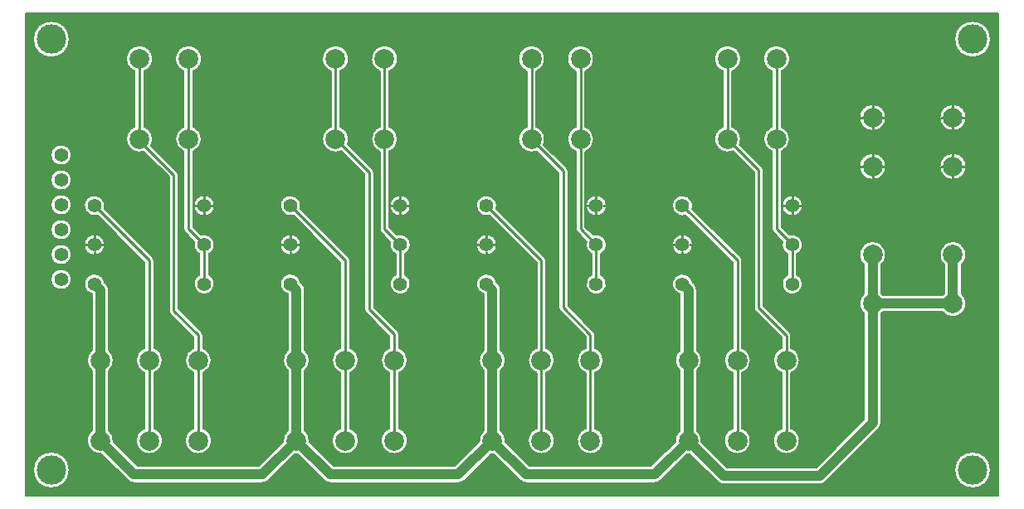
<source format=gtl>
G04 Layer: TopLayer*
G04 EasyEDA Pro v2.2.35.2, 2025-01-10 12:23:15*
G04 Gerber Generator version 0.3*
G04 Scale: 100 percent, Rotated: No, Reflected: No*
G04 Dimensions in millimeters*
G04 Leading zeros omitted, absolute positions, 4 integers and 5 decimals*
%FSLAX45Y45*%
%MOMM*%
%ADD10C,0.2032*%
%ADD11C,0.254*%
%ADD12C,1.0*%
%ADD13C,3.0*%
%ADD14C,1.4*%
%ADD15C,2.0000*%
%ADD16C,2.0*%
G75*


G04 Copper Start*
G36*
G01X9964186Y4964186D02*
G01X9964186Y35814D01*
G01X35814Y35814D01*
G01X35814Y4964186D01*
G01X9964186Y4964186D01*
G37*
%LPC*%
G36*
G01X114186Y4700000D02*
G03X485814Y4700000I185814J0D01*
G03X114186Y4700000I-185814J0D01*
G37*
G36*
G01X114186Y300000D02*
G03X485814Y300000I185814J0D01*
G03X114186Y300000I-185814J0D01*
G37*
G36*
G01X294186Y3262000D02*
G03X505814Y3262000I105814J0D01*
G03X294186Y3262000I-105814J0D01*
G37*
G36*
G01X294186Y3008000D02*
G03X505814Y3008000I105814J0D01*
G03X294186Y3008000I-105814J0D01*
G37*
G36*
G01X294186Y3516000D02*
G03X505814Y3516000I105814J0D01*
G03X294186Y3516000I-105814J0D01*
G37*
G36*
G01X294186Y2500000D02*
G03X505814Y2500000I105814J0D01*
G03X294186Y2500000I-105814J0D01*
G37*
G36*
G01X294186Y2754000D02*
G03X505814Y2754000I105814J0D01*
G03X294186Y2754000I-105814J0D01*
G37*
G36*
G01X294186Y2246000D02*
G03X505814Y2246000I105814J0D01*
G03X294186Y2246000I-105814J0D01*
G37*
G36*
G01X8594186Y2105268D02*
G03X8544186Y2000000I85814J-105268D01*
G03X8594186Y1894732I135814J0D01*
G01X8594186Y816145D01*
G01X8105155Y327114D01*
G01X7194246Y327114D01*
G01X6935116Y586244D01*
G03X6885814Y705268I-135116J13756D01*
G01X6885814Y1314732D01*
G03X6935814Y1420000I-85814J105268D01*
G03X6885814Y1525268I-135814J0D01*
G01X6885814Y2140006D01*
G03X6860680Y2200686I-85814J0D01*
G01X6844461Y2216904D01*
G03X6668472Y2277971I-104455J-16905D01*
G03X6714186Y2097385I71534J-77971D01*
G01X6714186Y1525268D01*
G03X6664186Y1420000I85814J-105268D01*
G03X6714186Y1314732I135814J0D01*
G01X6714186Y705268D01*
G03X6664885Y586244I85814J-105268D01*
G01X6418455Y339814D01*
G01X5181545Y339814D01*
G01X4935116Y586244D01*
G03X4885814Y705268I-135116J13756D01*
G01X4885814Y1314732D01*
G03X4935814Y1420000I-85814J105268D01*
G03X4885814Y1525268I-135814J0D01*
G01X4885814Y2140006D01*
G03X4860680Y2200686I-85814J0D01*
G01X4844461Y2216904D01*
G03X4668472Y2277971I-104455J-16905D01*
G03X4714186Y2097385I71534J-77971D01*
G01X4714186Y1525268D01*
G03X4664186Y1420000I85814J-105268D01*
G03X4714186Y1314732I135814J0D01*
G01X4714186Y705268D01*
G03X4664884Y586244I85814J-105268D01*
G01X4418455Y339814D01*
G01X3181545Y339814D01*
G01X2935116Y586244D01*
G03X2885814Y705268I-135116J13756D01*
G01X2885814Y1314732D01*
G03X2935814Y1420000I-85814J105268D01*
G03X2885814Y1525268I-135814J0D01*
G01X2885814Y2140006D01*
G03X2860680Y2200686I-85814J0D01*
G01X2844461Y2216904D01*
G03X2668472Y2277971I-104455J-16905D01*
G03X2714186Y2097385I71534J-77971D01*
G01X2714186Y1525268D01*
G03X2664186Y1420000I85814J-105268D01*
G03X2714186Y1314732I135814J0D01*
G01X2714186Y705268D01*
G03X2664884Y586244I85814J-105268D01*
G01X2418455Y339814D01*
G01X1181545Y339814D01*
G01X935116Y586244D01*
G03X885814Y705268I-135116J13756D01*
G01X885814Y1314732D01*
G03X935814Y1420000I-85814J105268D01*
G03X885814Y1525268I-135814J0D01*
G01X885814Y2140006D01*
G03X860680Y2200686I-85814J0D01*
G01X844461Y2216904D01*
G03X668472Y2277971I-104455J-16905D01*
G03X714186Y2097385I71534J-77971D01*
G01X714186Y1525268D01*
G03X664186Y1420000I85814J-105268D01*
G03X714186Y1314732I135814J0D01*
G01X714186Y705268D01*
G03X674524Y548026I85814J-105268D01*
G03X813756Y464884I125476J51974D01*
G01X1070412Y208229D01*
G03X1143000Y168186I72588J45771D01*
G01X2454000Y168186D01*
G03X2514680Y193320I0J85814D01*
G01X2786244Y464884D01*
G03X2813756Y464884I13756J135116D01*
G01X3085320Y193320D01*
G03X3146000Y168186I60680J60680D01*
G01X4454000Y168186D01*
G03X4514680Y193320I0J85814D01*
G01X4786244Y464884D01*
G03X4813756Y464884I13756J135116D01*
G01X5085320Y193320D01*
G03X5146000Y168186I60680J60680D01*
G01X6454000Y168186D01*
G03X6514680Y193320I0J85814D01*
G01X6786244Y464884D01*
G03X6813756Y464884I13756J135116D01*
G01X7098021Y180620D01*
G03X7158700Y155486I60680J60680D01*
G01X8140700Y155486D01*
G03X8201380Y180620I0J85814D01*
G01X8740680Y719920D01*
G03X8765814Y780600I-60680J60680D01*
G01X8765814Y1894732D01*
G03X8785268Y1914186I-85814J105268D01*
G01X9394732Y1914186D01*
G03X9596035Y1903965I105268J85814D01*
G03X9585814Y2105268I-96035J96035D01*
G01X9585814Y2394732D01*
G03X9500000Y2635814I-85814J105268D01*
G03X9414186Y2394732I0J-135814D01*
G01X9414186Y2105268D01*
G03X9394732Y2085814I85814J-105268D01*
G01X8785268Y2085814D01*
G03X8765814Y2105268I-105268J-85814D01*
G01X8765814Y2394732D01*
G03X8680000Y2635814I-85814J105268D01*
G03X8594186Y2394732I0J-135814D01*
G01X8594186Y2105268D01*
G37*
G36*
G01X1251486Y1546854D02*
G03X1251486Y1293146I48514J-126854D01*
G01X1251486Y726854D01*
G03X1300000Y464186I48514J-126854D01*
G03X1348514Y726854I0J135814D01*
G01X1348514Y1293146D01*
G03X1348514Y1546854I-48514J126854D01*
G01X1348514Y2440006D01*
G03X1334305Y2474311I-48514J0D01*
G01X840805Y2967810D01*
G03X665184Y3074822I-100799J32190D01*
G03X772196Y2899201I74822J-74822D01*
G01X1251486Y2419911D01*
G01X1251486Y1546854D01*
G37*
G36*
G01X634192Y2600000D02*
G03X845820Y2600000I105814J0D01*
G03X634192Y2600000I-105814J0D01*
G37*
G36*
G01X1751486Y1656305D02*
G01X1751486Y1546854D01*
G03X1664186Y1420000I48514J-126854D01*
G03X1751486Y1293146I135814J0D01*
G01X1751486Y726854D01*
G03X1800000Y464186I48514J-126854D01*
G03X1848514Y726854I0J135814D01*
G01X1848514Y1293146D01*
G03X1935814Y1420000I-48514J126854D01*
G03X1848514Y1546854I-135814J0D01*
G01X1848514Y1676400D01*
G03X1834305Y1710705I-48514J0D01*
G01X1597914Y1947095D01*
G01X1597914Y3314700D01*
G03X1583705Y3349005I-48514J0D01*
G01X1318703Y3614007D01*
G03X1248514Y3806854I-118703J65993D01*
G01X1248514Y4373146D01*
G03X1200000Y4635814I-48514J126854D01*
G03X1151486Y4373146I0J-135814D01*
G01X1151486Y3806854D01*
G03X1072306Y3633743I48514J-126854D01*
G03X1243985Y3551506I127694J46257D01*
G01X1500886Y3294605D01*
G01X1500886Y1927000D01*
G03X1515095Y1892695I48514J0D01*
G01X1751486Y1656305D01*
G37*
G36*
G01X1811480Y2294037D02*
G03X1859994Y2094186I48514J-94037D01*
G03X1908508Y2294037I0J105814D01*
G01X1908508Y2505963D01*
G03X1957753Y2640493I-48514J94037D01*
G03X1827804Y2700799I-97759J-40493D01*
G01X1748514Y2780089D01*
G01X1748514Y3553146D01*
G03X1835814Y3680000I-48514J126854D01*
G03X1748514Y3806854I-135814J0D01*
G01X1748514Y4373146D01*
G03X1700000Y4635814I-48514J126854D01*
G03X1651486Y4373146I0J-135814D01*
G01X1651486Y3806854D01*
G03X1564186Y3680000I48514J-126854D01*
G03X1651486Y3553146I135814J0D01*
G01X1651486Y2759994D01*
G03X1665695Y2725689I48514J0D01*
G01X1759195Y2632190D01*
G03X1811480Y2505963I100799J-32190D01*
G01X1811480Y2294037D01*
G37*
G36*
G01X1965808Y3000000D02*
G03X1754180Y3000000I-105814J0D01*
G03X1965808Y3000000I105814J0D01*
G37*
G36*
G01X3251486Y1546854D02*
G03X3251486Y1293146I48514J-126854D01*
G01X3251486Y726854D01*
G03X3300000Y464186I48514J-126854D01*
G03X3348514Y726854I0J135814D01*
G01X3348514Y1293146D01*
G03X3348514Y1546854I-48514J126854D01*
G01X3348514Y2440006D01*
G03X3334305Y2474311I-48514J0D01*
G01X2840805Y2967810D01*
G03X2665185Y3074822I-100799J32190D01*
G03X2772196Y2899201I74822J-74822D01*
G01X3251486Y2419911D01*
G01X3251486Y1546854D01*
G37*
G36*
G01X2634192Y2600000D02*
G03X2845820Y2600000I105814J0D01*
G03X2634192Y2600000I-105814J0D01*
G37*
G36*
G01X3751486Y1666228D02*
G01X3751486Y1546854D01*
G03X3751486Y1293146I48514J-126854D01*
G01X3751486Y726854D01*
G03X3800000Y464186I48514J-126854D01*
G03X3848514Y726854I0J135814D01*
G01X3848514Y1293146D01*
G03X3848514Y1546854I-48514J126854D01*
G01X3848514Y1686323D01*
G03X3834305Y1720628I-48514J0D01*
G01X3591814Y1963118D01*
G01X3591814Y3340100D01*
G03X3577605Y3374405I-48514J0D01*
G01X3325035Y3626974D01*
G03X3248514Y3806854I-125035J53026D01*
G01X3248514Y4373146D01*
G03X3200000Y4635814I-48514J126854D01*
G03X3151486Y4373146I0J-135814D01*
G01X3151486Y3806854D01*
G03X3075020Y3626844I48514J-126854D01*
G03X3257726Y3557065I124979J53156D01*
G01X3494786Y3320005D01*
G01X3494786Y1943023D01*
G03X3508995Y1908718I48514J0D01*
G01X3751486Y1666228D01*
G37*
G36*
G01X3811480Y2294037D02*
G03X3859994Y2094186I48514J-94037D01*
G03X3908508Y2294037I0J105814D01*
G01X3908508Y2505963D01*
G03X3957753Y2640493I-48514J94037D01*
G03X3827804Y2700799I-97759J-40493D01*
G01X3748514Y2780089D01*
G01X3748514Y3553146D01*
G03X3748514Y3806854I-48514J126854D01*
G01X3748514Y4373146D01*
G03X3700000Y4635814I-48514J126854D01*
G03X3651486Y4373146I0J-135814D01*
G01X3651486Y3806854D01*
G03X3651486Y3553146I48514J-126854D01*
G01X3651486Y2759994D01*
G03X3665695Y2725689I48514J0D01*
G01X3759195Y2632190D01*
G03X3811480Y2505963I100799J-32190D01*
G01X3811480Y2294037D01*
G37*
G36*
G01X3965808Y3000000D02*
G03X3754180Y3000000I-105814J0D01*
G03X3965808Y3000000I105814J0D01*
G37*
G36*
G01X5251486Y1546854D02*
G03X5251486Y1293146I48514J-126854D01*
G01X5251486Y726854D01*
G03X5300000Y464186I48514J-126854D01*
G03X5348514Y726854I0J135814D01*
G01X5348514Y1293146D01*
G03X5348514Y1546854I-48514J126854D01*
G01X5348514Y2440006D01*
G03X5334305Y2474311I-48514J0D01*
G01X4840805Y2967810D01*
G03X4665185Y3074822I-100799J32190D01*
G03X4772196Y2899201I74822J-74822D01*
G01X5251486Y2419911D01*
G01X5251486Y1546854D01*
G37*
G36*
G01X4634192Y2600000D02*
G03X4845820Y2600000I105814J0D01*
G03X4634192Y2600000I-105814J0D01*
G37*
G36*
G01X5751486Y1660708D02*
G01X5751486Y1546854D01*
G03X5751486Y1293146I48514J-126854D01*
G01X5751486Y726854D01*
G03X5800000Y464186I48514J-126854D01*
G03X5848514Y726854I0J135814D01*
G01X5848514Y1293146D01*
G03X5848514Y1546854I-48514J126854D01*
G01X5848514Y1680803D01*
G03X5834305Y1715108I-48514J0D01*
G01X5573014Y1976399D01*
G01X5573014Y3352800D01*
G03X5558805Y3387105I-48514J0D01*
G01X5323158Y3622751D01*
G03X5248514Y3806854I-123158J57249D01*
G01X5248514Y4373146D01*
G03X5200000Y4635814I-48514J126854D01*
G03X5151486Y4373146I0J-135814D01*
G01X5151486Y3806854D01*
G03X5074136Y3628975I48514J-126854D01*
G03X5253516Y3555174I125865J51025D01*
G01X5475986Y3332705D01*
G01X5475986Y1956303D01*
G03X5490195Y1921999I48514J0D01*
G01X5751486Y1660708D01*
G37*
G36*
G01X5811480Y2294037D02*
G03X5859994Y2094186I48514J-94037D01*
G03X5908508Y2294037I0J105814D01*
G01X5908508Y2505963D01*
G03X5957753Y2640493I-48514J94037D01*
G03X5827804Y2700799I-97759J-40493D01*
G01X5748514Y2780089D01*
G01X5748514Y3553146D01*
G03X5748514Y3806854I-48514J126854D01*
G01X5748514Y4373146D01*
G03X5700000Y4635814I-48514J126854D01*
G03X5651486Y4373146I0J-135814D01*
G01X5651486Y3806854D01*
G03X5651486Y3553146I48514J-126854D01*
G01X5651486Y2759994D01*
G03X5665695Y2725689I48514J0D01*
G01X5759195Y2632190D01*
G03X5811480Y2505963I100799J-32190D01*
G01X5811480Y2294037D01*
G37*
G36*
G01X5965808Y3000000D02*
G03X5754180Y3000000I-105814J0D01*
G03X5965808Y3000000I105814J0D01*
G37*
G36*
G01X7251486Y1546854D02*
G03X7251486Y1293146I48514J-126854D01*
G01X7251486Y726854D01*
G03X7300000Y464186I48514J-126854D01*
G03X7348514Y726854I0J135814D01*
G01X7348514Y1293146D01*
G03X7348514Y1546854I-48514J126854D01*
G01X7348514Y2440006D01*
G03X7334305Y2474311I-48514J0D01*
G01X6840805Y2967810D01*
G03X6665184Y3074822I-100799J32190D01*
G03X6772196Y2899201I74822J-74822D01*
G01X7251486Y2419911D01*
G01X7251486Y1546854D01*
G37*
G36*
G01X6634192Y2600000D02*
G03X6845820Y2600000I105814J0D01*
G03X6634192Y2600000I-105814J0D01*
G37*
G36*
G01X7751486Y1654105D02*
G01X7751486Y1546854D01*
G03X7751486Y1293146I48514J-126854D01*
G01X7751486Y726854D01*
G03X7800000Y464186I48514J-126854D01*
G03X7848514Y726854I0J135814D01*
G01X7848514Y1293146D01*
G03X7848514Y1546854I-48514J126854D01*
G01X7848514Y1674200D01*
G03X7834305Y1708504I-48514J0D01*
G01X7566914Y1975895D01*
G01X7566914Y3361600D01*
G03X7552705Y3395905I-48514J0D01*
G01X7324004Y3624606D01*
G03X7248514Y3806854I-124004J55394D01*
G01X7248514Y4373146D01*
G03X7200000Y4635814I-48514J126854D01*
G03X7151486Y4373146I0J-135814D01*
G01X7151486Y3806854D01*
G03X7074524Y3628026I48514J-126854D01*
G03X7255395Y3555996I125476J51974D01*
G01X7469886Y3341505D01*
G01X7469886Y1955800D01*
G03X7484095Y1921495I48514J0D01*
G01X7751486Y1654105D01*
G37*
G36*
G01X7811480Y2294037D02*
G03X7859994Y2094186I48514J-94037D01*
G03X7908508Y2294037I0J105814D01*
G01X7908508Y2505963D01*
G03X7957753Y2640493I-48514J94037D01*
G03X7827804Y2700799I-97759J-40493D01*
G01X7748514Y2780089D01*
G01X7748514Y3553146D01*
G03X7835814Y3680000I-48514J126854D01*
G03X7748514Y3806854I-135814J0D01*
G01X7748514Y4373146D01*
G03X7700000Y4635814I-48514J126854D01*
G03X7651486Y4373146I0J-135814D01*
G01X7651486Y3806854D01*
G03X7564186Y3680000I48514J-126854D01*
G03X7651486Y3553146I135814J0D01*
G01X7651486Y2759993D01*
G03X7665696Y2725689I48514J0D01*
G01X7759195Y2632190D01*
G03X7811480Y2505963I100799J-32190D01*
G01X7811480Y2294037D01*
G37*
G36*
G01X7965808Y3000000D02*
G03X7754180Y3000000I-105814J0D01*
G03X7965808Y3000000I105814J0D01*
G37*
G36*
G01X8680000Y3264186D02*
G03X8680000Y3535814I0J135814D01*
G03X8680000Y3264186I0J-135814D01*
G37*
G36*
G01X8680000Y3764186D02*
G03X8680000Y4035814I0J135814D01*
G03X8680000Y3764186I0J-135814D01*
G37*
G36*
G01X9500000Y3264186D02*
G03X9500000Y3535814I0J135814D01*
G03X9500000Y3264186I0J-135814D01*
G37*
G36*
G01X9500000Y3764186D02*
G03X9500000Y4035814I0J135814D01*
G03X9500000Y3764186I0J-135814D01*
G37*
G36*
G01X9514186Y4700000D02*
G03X9885814Y4700000I185814J0D01*
G03X9514186Y4700000I-185814J0D01*
G37*
G36*
G01X9514186Y300000D02*
G03X9885814Y300000I185814J0D01*
G03X9514186Y300000I-185814J0D01*
G37*
%LPD*%
G54D10*
G01X9964186Y4964186D02*
G01X9964186Y35814D01*
G01X35814Y35814D01*
G01X35814Y4964186D01*
G01X9964186Y4964186D01*
G01X114186Y4700000D02*
G03X485814Y4700000I185814J0D01*
G03X114186Y4700000I-185814J0D01*
G01X114186Y300000D02*
G03X485814Y300000I185814J0D01*
G03X114186Y300000I-185814J0D01*
G01X294186Y3262000D02*
G03X505814Y3262000I105814J0D01*
G03X294186Y3262000I-105814J0D01*
G01X294186Y3008000D02*
G03X505814Y3008000I105814J0D01*
G03X294186Y3008000I-105814J0D01*
G01X294186Y3516000D02*
G03X505814Y3516000I105814J0D01*
G03X294186Y3516000I-105814J0D01*
G01X294186Y2500000D02*
G03X505814Y2500000I105814J0D01*
G03X294186Y2500000I-105814J0D01*
G01X294186Y2754000D02*
G03X505814Y2754000I105814J0D01*
G03X294186Y2754000I-105814J0D01*
G01X294186Y2246000D02*
G03X505814Y2246000I105814J0D01*
G03X294186Y2246000I-105814J0D01*
G01X8594186Y2105268D02*
G03X8544186Y2000000I85814J-105268D01*
G03X8594186Y1894732I135814J0D01*
G01X8594186Y816145D01*
G01X8105155Y327114D01*
G01X7194246Y327114D01*
G01X6935116Y586244D01*
G03X6885814Y705268I-135116J13756D01*
G01X6885814Y1314732D01*
G03X6935814Y1420000I-85814J105268D01*
G03X6885814Y1525268I-135814J0D01*
G01X6885814Y2140006D01*
G03X6860680Y2200686I-85814J0D01*
G01X6844461Y2216904D01*
G03X6668472Y2277971I-104455J-16905D01*
G03X6714186Y2097385I71534J-77971D01*
G01X6714186Y1525268D01*
G03X6664186Y1420000I85814J-105268D01*
G03X6714186Y1314732I135814J0D01*
G01X6714186Y705268D01*
G03X6664885Y586244I85814J-105268D01*
G01X6418455Y339814D01*
G01X5181545Y339814D01*
G01X4935116Y586244D01*
G03X4885814Y705268I-135116J13756D01*
G01X4885814Y1314732D01*
G03X4935814Y1420000I-85814J105268D01*
G03X4885814Y1525268I-135814J0D01*
G01X4885814Y2140006D01*
G03X4860680Y2200686I-85814J0D01*
G01X4844461Y2216904D01*
G03X4668472Y2277971I-104455J-16905D01*
G03X4714186Y2097385I71534J-77971D01*
G01X4714186Y1525268D01*
G03X4664186Y1420000I85814J-105268D01*
G03X4714186Y1314732I135814J0D01*
G01X4714186Y705268D01*
G03X4664884Y586244I85814J-105268D01*
G01X4418455Y339814D01*
G01X3181545Y339814D01*
G01X2935116Y586244D01*
G03X2885814Y705268I-135116J13756D01*
G01X2885814Y1314732D01*
G03X2935814Y1420000I-85814J105268D01*
G03X2885814Y1525268I-135814J0D01*
G01X2885814Y2140006D01*
G03X2860680Y2200686I-85814J0D01*
G01X2844461Y2216904D01*
G03X2668472Y2277971I-104455J-16905D01*
G03X2714186Y2097385I71534J-77971D01*
G01X2714186Y1525268D01*
G03X2664186Y1420000I85814J-105268D01*
G03X2714186Y1314732I135814J0D01*
G01X2714186Y705268D01*
G03X2664884Y586244I85814J-105268D01*
G01X2418455Y339814D01*
G01X1181545Y339814D01*
G01X935116Y586244D01*
G03X885814Y705268I-135116J13756D01*
G01X885814Y1314732D01*
G03X935814Y1420000I-85814J105268D01*
G03X885814Y1525268I-135814J0D01*
G01X885814Y2140006D01*
G03X860680Y2200686I-85814J0D01*
G01X844461Y2216904D01*
G03X668472Y2277971I-104455J-16905D01*
G03X714186Y2097385I71534J-77971D01*
G01X714186Y1525268D01*
G03X664186Y1420000I85814J-105268D01*
G03X714186Y1314732I135814J0D01*
G01X714186Y705268D01*
G03X674524Y548026I85814J-105268D01*
G03X813756Y464884I125476J51974D01*
G01X1070412Y208229D01*
G03X1143000Y168186I72588J45771D01*
G01X2454000Y168186D01*
G03X2514680Y193320I0J85814D01*
G01X2786244Y464884D01*
G03X2813756Y464884I13756J135116D01*
G01X3085320Y193320D01*
G03X3146000Y168186I60680J60680D01*
G01X4454000Y168186D01*
G03X4514680Y193320I0J85814D01*
G01X4786244Y464884D01*
G03X4813756Y464884I13756J135116D01*
G01X5085320Y193320D01*
G03X5146000Y168186I60680J60680D01*
G01X6454000Y168186D01*
G03X6514680Y193320I0J85814D01*
G01X6786244Y464884D01*
G03X6813756Y464884I13756J135116D01*
G01X7098021Y180620D01*
G03X7158700Y155486I60680J60680D01*
G01X8140700Y155486D01*
G03X8201380Y180620I0J85814D01*
G01X8740680Y719920D01*
G03X8765814Y780600I-60680J60680D01*
G01X8765814Y1894732D01*
G03X8785268Y1914186I-85814J105268D01*
G01X9394732Y1914186D01*
G03X9596035Y1903965I105268J85814D01*
G03X9585814Y2105268I-96035J96035D01*
G01X9585814Y2394732D01*
G03X9500000Y2635814I-85814J105268D01*
G03X9414186Y2394732I0J-135814D01*
G01X9414186Y2105268D01*
G03X9394732Y2085814I85814J-105268D01*
G01X8785268Y2085814D01*
G03X8765814Y2105268I-105268J-85814D01*
G01X8765814Y2394732D01*
G03X8680000Y2635814I-85814J105268D01*
G03X8594186Y2394732I0J-135814D01*
G01X8594186Y2105268D01*
G01X1251486Y1546854D02*
G03X1251486Y1293146I48514J-126854D01*
G01X1251486Y726854D01*
G03X1300000Y464186I48514J-126854D01*
G03X1348514Y726854I0J135814D01*
G01X1348514Y1293146D01*
G03X1348514Y1546854I-48514J126854D01*
G01X1348514Y2440006D01*
G03X1334305Y2474311I-48514J0D01*
G01X840805Y2967810D01*
G03X665184Y3074822I-100799J32190D01*
G03X772196Y2899201I74822J-74822D01*
G01X1251486Y2419911D01*
G01X1251486Y1546854D01*
G01X634192Y2600000D02*
G03X845820Y2600000I105814J0D01*
G03X634192Y2600000I-105814J0D01*
G01X1751486Y1656305D02*
G01X1751486Y1546854D01*
G03X1664186Y1420000I48514J-126854D01*
G03X1751486Y1293146I135814J0D01*
G01X1751486Y726854D01*
G03X1800000Y464186I48514J-126854D01*
G03X1848514Y726854I0J135814D01*
G01X1848514Y1293146D01*
G03X1935814Y1420000I-48514J126854D01*
G03X1848514Y1546854I-135814J0D01*
G01X1848514Y1676400D01*
G03X1834305Y1710705I-48514J0D01*
G01X1597914Y1947095D01*
G01X1597914Y3314700D01*
G03X1583705Y3349005I-48514J0D01*
G01X1318703Y3614007D01*
G03X1248514Y3806854I-118703J65993D01*
G01X1248514Y4373146D01*
G03X1200000Y4635814I-48514J126854D01*
G03X1151486Y4373146I0J-135814D01*
G01X1151486Y3806854D01*
G03X1072306Y3633743I48514J-126854D01*
G03X1243985Y3551506I127694J46257D01*
G01X1500886Y3294605D01*
G01X1500886Y1927000D01*
G03X1515095Y1892695I48514J0D01*
G01X1751486Y1656305D01*
G01X1811480Y2294037D02*
G03X1859994Y2094186I48514J-94037D01*
G03X1908508Y2294037I0J105814D01*
G01X1908508Y2505963D01*
G03X1957753Y2640493I-48514J94037D01*
G03X1827804Y2700799I-97759J-40493D01*
G01X1748514Y2780089D01*
G01X1748514Y3553146D01*
G03X1835814Y3680000I-48514J126854D01*
G03X1748514Y3806854I-135814J0D01*
G01X1748514Y4373146D01*
G03X1700000Y4635814I-48514J126854D01*
G03X1651486Y4373146I0J-135814D01*
G01X1651486Y3806854D01*
G03X1564186Y3680000I48514J-126854D01*
G03X1651486Y3553146I135814J0D01*
G01X1651486Y2759994D01*
G03X1665695Y2725689I48514J0D01*
G01X1759195Y2632190D01*
G03X1811480Y2505963I100799J-32190D01*
G01X1811480Y2294037D01*
G01X1965808Y3000000D02*
G03X1754180Y3000000I-105814J0D01*
G03X1965808Y3000000I105814J0D01*
G01X3251486Y1546854D02*
G03X3251486Y1293146I48514J-126854D01*
G01X3251486Y726854D01*
G03X3300000Y464186I48514J-126854D01*
G03X3348514Y726854I0J135814D01*
G01X3348514Y1293146D01*
G03X3348514Y1546854I-48514J126854D01*
G01X3348514Y2440006D01*
G03X3334305Y2474311I-48514J0D01*
G01X2840805Y2967810D01*
G03X2665185Y3074822I-100799J32190D01*
G03X2772196Y2899201I74822J-74822D01*
G01X3251486Y2419911D01*
G01X3251486Y1546854D01*
G01X2634192Y2600000D02*
G03X2845820Y2600000I105814J0D01*
G03X2634192Y2600000I-105814J0D01*
G01X3751486Y1666228D02*
G01X3751486Y1546854D01*
G03X3751486Y1293146I48514J-126854D01*
G01X3751486Y726854D01*
G03X3800000Y464186I48514J-126854D01*
G03X3848514Y726854I0J135814D01*
G01X3848514Y1293146D01*
G03X3848514Y1546854I-48514J126854D01*
G01X3848514Y1686323D01*
G03X3834305Y1720628I-48514J0D01*
G01X3591814Y1963118D01*
G01X3591814Y3340100D01*
G03X3577605Y3374405I-48514J0D01*
G01X3325035Y3626974D01*
G03X3248514Y3806854I-125035J53026D01*
G01X3248514Y4373146D01*
G03X3200000Y4635814I-48514J126854D01*
G03X3151486Y4373146I0J-135814D01*
G01X3151486Y3806854D01*
G03X3075020Y3626844I48514J-126854D01*
G03X3257726Y3557065I124979J53156D01*
G01X3494786Y3320005D01*
G01X3494786Y1943023D01*
G03X3508995Y1908718I48514J0D01*
G01X3751486Y1666228D01*
G01X3811480Y2294037D02*
G03X3859994Y2094186I48514J-94037D01*
G03X3908508Y2294037I0J105814D01*
G01X3908508Y2505963D01*
G03X3957753Y2640493I-48514J94037D01*
G03X3827804Y2700799I-97759J-40493D01*
G01X3748514Y2780089D01*
G01X3748514Y3553146D01*
G03X3748514Y3806854I-48514J126854D01*
G01X3748514Y4373146D01*
G03X3700000Y4635814I-48514J126854D01*
G03X3651486Y4373146I0J-135814D01*
G01X3651486Y3806854D01*
G03X3651486Y3553146I48514J-126854D01*
G01X3651486Y2759994D01*
G03X3665695Y2725689I48514J0D01*
G01X3759195Y2632190D01*
G03X3811480Y2505963I100799J-32190D01*
G01X3811480Y2294037D01*
G01X3965808Y3000000D02*
G03X3754180Y3000000I-105814J0D01*
G03X3965808Y3000000I105814J0D01*
G01X5251486Y1546854D02*
G03X5251486Y1293146I48514J-126854D01*
G01X5251486Y726854D01*
G03X5300000Y464186I48514J-126854D01*
G03X5348514Y726854I0J135814D01*
G01X5348514Y1293146D01*
G03X5348514Y1546854I-48514J126854D01*
G01X5348514Y2440006D01*
G03X5334305Y2474311I-48514J0D01*
G01X4840805Y2967810D01*
G03X4665185Y3074822I-100799J32190D01*
G03X4772196Y2899201I74822J-74822D01*
G01X5251486Y2419911D01*
G01X5251486Y1546854D01*
G01X4634192Y2600000D02*
G03X4845820Y2600000I105814J0D01*
G03X4634192Y2600000I-105814J0D01*
G01X5751486Y1660708D02*
G01X5751486Y1546854D01*
G03X5751486Y1293146I48514J-126854D01*
G01X5751486Y726854D01*
G03X5800000Y464186I48514J-126854D01*
G03X5848514Y726854I0J135814D01*
G01X5848514Y1293146D01*
G03X5848514Y1546854I-48514J126854D01*
G01X5848514Y1680803D01*
G03X5834305Y1715108I-48514J0D01*
G01X5573014Y1976399D01*
G01X5573014Y3352800D01*
G03X5558805Y3387105I-48514J0D01*
G01X5323158Y3622751D01*
G03X5248514Y3806854I-123158J57249D01*
G01X5248514Y4373146D01*
G03X5200000Y4635814I-48514J126854D01*
G03X5151486Y4373146I0J-135814D01*
G01X5151486Y3806854D01*
G03X5074136Y3628975I48514J-126854D01*
G03X5253516Y3555174I125865J51025D01*
G01X5475986Y3332705D01*
G01X5475986Y1956303D01*
G03X5490195Y1921999I48514J0D01*
G01X5751486Y1660708D01*
G01X5811480Y2294037D02*
G03X5859994Y2094186I48514J-94037D01*
G03X5908508Y2294037I0J105814D01*
G01X5908508Y2505963D01*
G03X5957753Y2640493I-48514J94037D01*
G03X5827804Y2700799I-97759J-40493D01*
G01X5748514Y2780089D01*
G01X5748514Y3553146D01*
G03X5748514Y3806854I-48514J126854D01*
G01X5748514Y4373146D01*
G03X5700000Y4635814I-48514J126854D01*
G03X5651486Y4373146I0J-135814D01*
G01X5651486Y3806854D01*
G03X5651486Y3553146I48514J-126854D01*
G01X5651486Y2759994D01*
G03X5665695Y2725689I48514J0D01*
G01X5759195Y2632190D01*
G03X5811480Y2505963I100799J-32190D01*
G01X5811480Y2294037D01*
G01X5965808Y3000000D02*
G03X5754180Y3000000I-105814J0D01*
G03X5965808Y3000000I105814J0D01*
G01X7251486Y1546854D02*
G03X7251486Y1293146I48514J-126854D01*
G01X7251486Y726854D01*
G03X7300000Y464186I48514J-126854D01*
G03X7348514Y726854I0J135814D01*
G01X7348514Y1293146D01*
G03X7348514Y1546854I-48514J126854D01*
G01X7348514Y2440006D01*
G03X7334305Y2474311I-48514J0D01*
G01X6840805Y2967810D01*
G03X6665184Y3074822I-100799J32190D01*
G03X6772196Y2899201I74822J-74822D01*
G01X7251486Y2419911D01*
G01X7251486Y1546854D01*
G01X6634192Y2600000D02*
G03X6845820Y2600000I105814J0D01*
G03X6634192Y2600000I-105814J0D01*
G01X7751486Y1654105D02*
G01X7751486Y1546854D01*
G03X7751486Y1293146I48514J-126854D01*
G01X7751486Y726854D01*
G03X7800000Y464186I48514J-126854D01*
G03X7848514Y726854I0J135814D01*
G01X7848514Y1293146D01*
G03X7848514Y1546854I-48514J126854D01*
G01X7848514Y1674200D01*
G03X7834305Y1708504I-48514J0D01*
G01X7566914Y1975895D01*
G01X7566914Y3361600D01*
G03X7552705Y3395905I-48514J0D01*
G01X7324004Y3624606D01*
G03X7248514Y3806854I-124004J55394D01*
G01X7248514Y4373146D01*
G03X7200000Y4635814I-48514J126854D01*
G03X7151486Y4373146I0J-135814D01*
G01X7151486Y3806854D01*
G03X7074524Y3628026I48514J-126854D01*
G03X7255395Y3555996I125476J51974D01*
G01X7469886Y3341505D01*
G01X7469886Y1955800D01*
G03X7484095Y1921495I48514J0D01*
G01X7751486Y1654105D01*
G01X7811480Y2294037D02*
G03X7859994Y2094186I48514J-94037D01*
G03X7908508Y2294037I0J105814D01*
G01X7908508Y2505963D01*
G03X7957753Y2640493I-48514J94037D01*
G03X7827804Y2700799I-97759J-40493D01*
G01X7748514Y2780089D01*
G01X7748514Y3553146D01*
G03X7835814Y3680000I-48514J126854D01*
G03X7748514Y3806854I-135814J0D01*
G01X7748514Y4373146D01*
G03X7700000Y4635814I-48514J126854D01*
G03X7651486Y4373146I0J-135814D01*
G01X7651486Y3806854D01*
G03X7564186Y3680000I48514J-126854D01*
G03X7651486Y3553146I135814J0D01*
G01X7651486Y2759993D01*
G03X7665696Y2725689I48514J0D01*
G01X7759195Y2632190D01*
G03X7811480Y2505963I100799J-32190D01*
G01X7811480Y2294037D01*
G01X7965808Y3000000D02*
G03X7754180Y3000000I-105814J0D01*
G03X7965808Y3000000I105814J0D01*
G01X8680000Y3264186D02*
G03X8680000Y3535814I0J135814D01*
G03X8680000Y3264186I0J-135814D01*
G01X8680000Y3764186D02*
G03X8680000Y4035814I0J135814D01*
G03X8680000Y3764186I0J-135814D01*
G01X9500000Y3264186D02*
G03X9500000Y3535814I0J135814D01*
G03X9500000Y3264186I0J-135814D01*
G01X9500000Y3764186D02*
G03X9500000Y4035814I0J135814D01*
G03X9500000Y3764186I0J-135814D01*
G01X9514186Y4700000D02*
G03X9885814Y4700000I185814J0D01*
G03X9514186Y4700000I-185814J0D01*
G01X9514186Y300000D02*
G03X9885814Y300000I185814J0D01*
G03X9514186Y300000I-185814J0D01*
G54D11*
G01X670260Y2600000D02*
G01X644352Y2600000D01*
G01X809752Y2600000D02*
G01X835660Y2600000D01*
G01X740006Y2669746D02*
G01X740006Y2695654D01*
G01X740006Y2530254D02*
G01X740006Y2504346D01*
G01X1929740Y3000000D02*
G01X1955648Y3000000D01*
G01X1790248Y3000000D02*
G01X1764340Y3000000D01*
G01X1859994Y2930254D02*
G01X1859994Y2904346D01*
G01X1859994Y3069746D02*
G01X1859994Y3095654D01*
G01X2670260Y2600000D02*
G01X2644352Y2600000D01*
G01X2809752Y2600000D02*
G01X2835660Y2600000D01*
G01X2740006Y2669746D02*
G01X2740006Y2695654D01*
G01X2740006Y2530254D02*
G01X2740006Y2504346D01*
G01X3929740Y3000000D02*
G01X3955648Y3000000D01*
G01X3790248Y3000000D02*
G01X3764340Y3000000D01*
G01X3859994Y2930254D02*
G01X3859994Y2904346D01*
G01X3859994Y3069746D02*
G01X3859994Y3095654D01*
G01X4670260Y2600000D02*
G01X4644352Y2600000D01*
G01X4809752Y2600000D02*
G01X4835660Y2600000D01*
G01X4740006Y2669746D02*
G01X4740006Y2695654D01*
G01X4740006Y2530254D02*
G01X4740006Y2504346D01*
G01X5929740Y3000000D02*
G01X5955648Y3000000D01*
G01X5790248Y3000000D02*
G01X5764340Y3000000D01*
G01X5859994Y2930254D02*
G01X5859994Y2904346D01*
G01X5859994Y3069746D02*
G01X5859994Y3095654D01*
G01X6670260Y2600000D02*
G01X6644352Y2600000D01*
G01X6809752Y2600000D02*
G01X6835660Y2600000D01*
G01X6740006Y2669746D02*
G01X6740006Y2695654D01*
G01X6740006Y2530254D02*
G01X6740006Y2504346D01*
G01X7929740Y3000000D02*
G01X7955648Y3000000D01*
G01X7790248Y3000000D02*
G01X7764340Y3000000D01*
G01X7859994Y2930254D02*
G01X7859994Y2904346D01*
G01X7859994Y3069746D02*
G01X7859994Y3095654D01*
G01X8680000Y3300254D02*
G01X8680000Y3274346D01*
G01X8680000Y3499746D02*
G01X8680000Y3525654D01*
G01X8580254Y3400000D02*
G01X8554346Y3400000D01*
G01X8779746Y3400000D02*
G01X8805654Y3400000D01*
G01X8680000Y3800254D02*
G01X8680000Y3774346D01*
G01X8680000Y3999746D02*
G01X8680000Y4025654D01*
G01X8580254Y3900000D02*
G01X8554346Y3900000D01*
G01X8779746Y3900000D02*
G01X8805654Y3900000D01*
G01X9500000Y3300254D02*
G01X9500000Y3274346D01*
G01X9500000Y3499746D02*
G01X9500000Y3525654D01*
G01X9400254Y3400000D02*
G01X9374346Y3400000D01*
G01X9599746Y3400000D02*
G01X9625654Y3400000D01*
G01X9500000Y3800254D02*
G01X9500000Y3774346D01*
G01X9500000Y3999746D02*
G01X9500000Y4025654D01*
G01X9400254Y3900000D02*
G01X9374346Y3900000D01*
G01X9599746Y3900000D02*
G01X9625654Y3900000D01*
G04 Copper End*

G04 PolygonModel Start*
G54D12*
G01X800000Y600000D02*
G01X800000Y2140006D01*
G01X740006Y2200000D01*
G01X800000Y600000D02*
G01X1143000Y257000D01*
G01X1143000Y254000D01*
G01X2454000Y254000D01*
G01X2800000Y600000D01*
G01X3146000Y254000D01*
G01X4454000Y254000D01*
G01X4800000Y600000D01*
G01X5146000Y254000D01*
G01X6454000Y254000D01*
G01X6800000Y600000D01*
G01X9500000Y2500000D02*
G01X9500000Y2000000D01*
G01X8680000Y2000000D01*
G01X8680000Y2500000D01*
G01X8680000Y2000000D02*
G01X8680000Y780600D01*
G01X8140700Y241300D01*
G01X7158700Y241300D01*
G01X6800000Y600000D01*
G01X6800000Y600000D02*
G01X6800000Y2140006D01*
G01X6740006Y2200000D01*
G54D11*
G01X5800000Y600000D02*
G01X5800000Y1420000D01*
G01X5300000Y600000D02*
G01X5300000Y1420000D01*
G01X7300000Y600000D02*
G01X7300000Y1420000D01*
G01X7800000Y600000D02*
G01X7800000Y1420000D01*
G01X3800000Y600000D02*
G01X3800000Y1420000D01*
G01X3300000Y600000D02*
G01X3300000Y1420000D01*
G54D12*
G01X2800000Y600000D02*
G01X2800000Y2140006D01*
G01X2740006Y2200000D01*
G54D11*
G01X1300000Y600000D02*
G01X1300000Y1420000D01*
G54D12*
G01X4800000Y600000D02*
G01X4800000Y2140006D01*
G01X4740006Y2200000D01*
G54D11*
G01X1300000Y1420000D02*
G01X1300000Y2440006D01*
G01X740006Y3000000D01*
G01X3300000Y1420000D02*
G01X3300000Y2440006D01*
G01X2740006Y3000000D01*
G01X5300000Y1420000D02*
G01X5300000Y2440006D01*
G01X4740006Y3000000D01*
G01X7300000Y1420000D02*
G01X7300000Y2440006D01*
G01X6740006Y3000000D01*
G01X7859994Y2200000D02*
G01X7859994Y2600000D01*
G01X7700000Y2759993D01*
G01X7700000Y4500000D01*
G01X7800000Y1420000D02*
G01X7800000Y1674200D01*
G01X7518400Y1955800D01*
G01X7518400Y3361600D01*
G01X7200000Y3680000D01*
G01X7200000Y4500000D01*
G01X5859994Y2200000D02*
G01X5859994Y2600000D01*
G01X5700000Y2759994D01*
G01X5700000Y3680000D01*
G01X5700000Y3680000D02*
G01X5700000Y4500000D01*
G01X5200000Y3680000D02*
G01X5200000Y4500000D01*
G01X3859994Y2200000D02*
G01X3859994Y2600000D01*
G01X3700000Y2759994D01*
G01X3700000Y3680000D01*
G01X3700000Y3680000D02*
G01X3700000Y4500000D01*
G01X1859994Y2200000D02*
G01X1859994Y2600000D01*
G01X1700000Y2759994D01*
G01X1700000Y4500000D01*
G01X1800000Y600000D02*
G01X1800000Y1676400D01*
G01X1549400Y1927000D01*
G01X1549400Y3314700D01*
G01X1200000Y3664100D01*
G01X1200000Y4500000D01*
G01X3800000Y1420000D02*
G01X3800000Y1686323D01*
G01X3543300Y1943023D01*
G01X3543300Y3340100D01*
G01X3203400Y3680000D01*
G01X3200000Y3680000D01*
G01X3200000Y4500000D01*
G01X5800000Y1420000D02*
G01X5800000Y1680803D01*
G01X5524500Y1956303D01*
G01X5524500Y3352800D01*
G01X5200000Y3677300D02*
G01X5200000Y3700996D01*
G01X5524500Y3352800D02*
G01X5200000Y3677300D01*
G01X5200000Y3680000D01*

G04 Pad Start*
G54D13*
G01X300000Y300000D03*
G01X300000Y4700000D03*
G01X9700000Y4700000D03*
G01X9700000Y300000D03*
G54D14*
G01X400000Y3008000D03*
G01X400000Y2754000D03*
G01X400000Y2500000D03*
G01X400000Y2246000D03*
G01X400000Y3516000D03*
G01X400000Y3262000D03*
G54D16*
G01X800000Y600000D03*
G01X1300000Y600000D03*
G01X1800000Y600000D03*
G01X800000Y1420000D03*
G01X1300000Y1420000D03*
G01X1800000Y1420000D03*
G54D14*
G01X740006Y2200000D03*
G01X1859994Y2200000D03*
G01X1859994Y2600000D03*
G01X740006Y2600000D03*
G01X740006Y3000000D03*
G01X1859994Y3000000D03*
G54D16*
G01X1700000Y3680000D03*
G01X1200000Y3680000D03*
G01X1700000Y4500000D03*
G01X1200000Y4500000D03*
G01X8680000Y3400000D03*
G01X8680000Y3900000D03*
G01X9500000Y3400000D03*
G01X9500000Y3900000D03*
G01X8680000Y2000000D03*
G01X8680000Y2500000D03*
G01X9500000Y2000000D03*
G01X9500000Y2500000D03*
G01X2800000Y600000D03*
G01X3300000Y600000D03*
G01X3800000Y600000D03*
G01X2800000Y1420000D03*
G01X3300000Y1420000D03*
G01X3800000Y1420000D03*
G54D14*
G01X2740006Y2200000D03*
G01X3859994Y2200000D03*
G01X3859994Y2600000D03*
G01X2740006Y2600000D03*
G01X2740006Y3000000D03*
G01X3859994Y3000000D03*
G54D16*
G01X3700000Y3680000D03*
G01X3200000Y3680000D03*
G01X3700000Y4500000D03*
G01X3200000Y4500000D03*
G01X4800000Y600000D03*
G01X5300000Y600000D03*
G01X5800000Y600000D03*
G01X4800000Y1420000D03*
G01X5300000Y1420000D03*
G01X5800000Y1420000D03*
G54D14*
G01X4740006Y2200000D03*
G01X5859994Y2200000D03*
G01X5859994Y2600000D03*
G01X4740006Y2600000D03*
G01X4740006Y3000000D03*
G01X5859994Y3000000D03*
G54D16*
G01X5700000Y3680000D03*
G01X5200000Y3680000D03*
G01X5700000Y4500000D03*
G01X5200000Y4500000D03*
G01X6800000Y600000D03*
G01X7300000Y600000D03*
G01X7800000Y600000D03*
G01X6800000Y1420000D03*
G01X7300000Y1420000D03*
G01X7800000Y1420000D03*
G54D14*
G01X6740006Y2200000D03*
G01X7859994Y2200000D03*
G01X7859994Y2600000D03*
G01X6740006Y2600000D03*
G01X6740006Y3000000D03*
G01X7859994Y3000000D03*
G54D16*
G01X7700000Y3680000D03*
G01X7200000Y3680000D03*
G01X7700000Y4500000D03*
G01X7200000Y4500000D03*
G04 Pad End*

M02*


</source>
